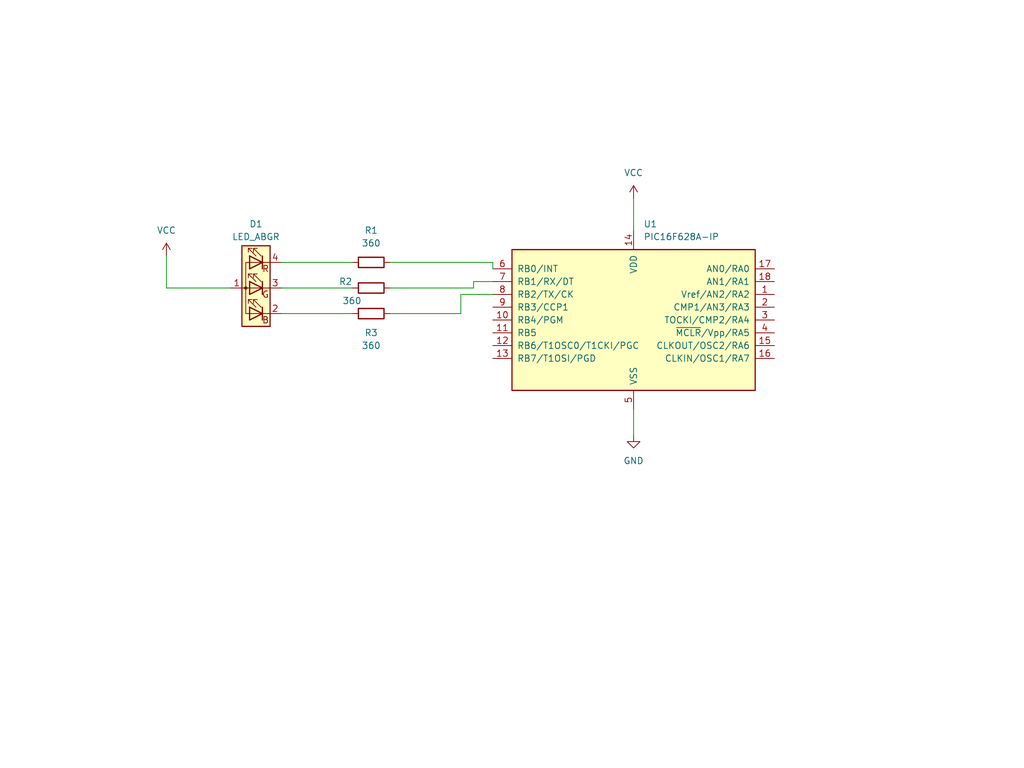
<source format=kicad_sch>
(kicad_sch (version 20230121) (generator eeschema)
  (paper "User" 203.2 152.4)
  (title_block (title "PIC16F628A and RGB LED (Common Anode)") (company "Ricardo Lima Caratti"))
  (lib_symbols
    (symbol "Device:LED_ABGR" (pin_names (offset 0) hide)
      (property "Reference" "D" (at 0 9.398 0))
      (property "Value" "LED_ABGR" (at 0 -8.89 0))
      (symbol "LED_ABGR_0_0"
        (text "B" (at -1.905 -6.35 0) (effects (font (size 1.27 1.27))))
        (text "G" (at -1.905 -1.27 0) (effects (font (size 1.27 1.27))))
        (text "R" (at -1.905 3.81 0) (effects (font (size 1.27 1.27))))
      )
      (symbol "LED_ABGR_0_1"
        (polyline (pts (xy -1.27 -5.08) (xy -2.54 -5.08)))
        (polyline (pts (xy -1.27 -5.08) (xy 1.27 -5.08)))
        (polyline (pts (xy -1.27 -3.81) (xy -1.27 -6.35)) (stroke (width 0.254)))
        (polyline (pts (xy -1.27 0) (xy -2.54 0)))
        (polyline (pts (xy -1.27 1.27) (xy -1.27 -1.27)) (stroke (width 0.254)))
        (polyline (pts (xy -1.27 5.08) (xy -2.54 5.08)))
        (polyline (pts (xy -1.27 5.08) (xy 1.27 5.08)))
        (polyline (pts (xy -1.27 6.35) (xy -1.27 3.81)) (stroke (width 0.254)))
        (polyline (pts (xy 1.27 0) (xy -1.27 0)))
        (polyline (pts (xy 1.27 0) (xy 2.54 0)))
        (polyline (pts (xy -1.27 1.27) (xy -1.27 -1.27) (xy -1.27 -1.27)))
        (polyline (pts (xy -1.27 6.35) (xy -1.27 3.81) (xy -1.27 3.81)))
        (polyline (pts (xy 1.27 -5.08) (xy 2.032 -5.08) (xy 2.032 5.08) (xy 1.27 5.08)))
        (polyline (pts (xy 1.27 -3.81) (xy 1.27 -6.35) (xy -1.27 -5.08) (xy 1.27 -3.81)) (stroke (width 0.254)))
        (polyline (pts (xy 1.27 1.27) (xy 1.27 -1.27) (xy -1.27 0) (xy 1.27 1.27)) (stroke (width 0.254)))
        (polyline (pts (xy 1.27 6.35) (xy 1.27 3.81) (xy -1.27 5.08) (xy 1.27 6.35)) (stroke (width 0.254)))
        (polyline (pts (xy -1.016 -3.81) (xy 0.508 -2.286) (xy -0.254 -2.286) (xy 0.508 -2.286) (xy 0.508 -3.048)))
        (polyline (pts (xy -1.016 1.27) (xy 0.508 2.794) (xy -0.254 2.794) (xy 0.508 2.794) (xy 0.508 2.032)))
        (polyline (pts (xy -1.016 6.35) (xy 0.508 7.874) (xy -0.254 7.874) (xy 0.508 7.874) (xy 0.508 7.112)))
        (polyline (pts (xy 0 -3.81) (xy 1.524 -2.286) (xy 0.762 -2.286) (xy 1.524 -2.286) (xy 1.524 -3.048)))
        (polyline (pts (xy 0 1.27) (xy 1.524 2.794) (xy 0.762 2.794) (xy 1.524 2.794) (xy 1.524 2.032)))
        (polyline (pts (xy 0 6.35) (xy 1.524 7.874) (xy 0.762 7.874) (xy 1.524 7.874) (xy 1.524 7.112)))
        (rectangle (start 1.27 -1.27) (end 1.27 1.27))
        (rectangle (start 1.27 1.27) (end 1.27 1.27))
        (rectangle (start 1.27 3.81) (end 1.27 6.35))
        (rectangle (start 1.27 6.35) (end 1.27 6.35))
        (circle (center 2.032 0) (radius 0.254) (fill (type outline)))
        (rectangle (start 2.794 8.382) (end -2.794 -7.62) (stroke (width 0.254)) (fill (type background)))
      )
      (symbol "LED_ABGR_1_1"
        (pin passive line (at 5.08 0 180) (length 2.54) (name "A") (number "1"))
        (pin passive line (at -5.08 -5.08 0) (length 2.54) (name "BK") (number "2"))
        (pin passive line (at -5.08 0 0) (length 2.54) (name "GK") (number "3"))
        (pin passive line (at -5.08 5.08 0) (length 2.54) (name "RK") (number "4"))
      )
    )
    (symbol "Device:R" (pin_numbers hide) (pin_names (offset 0))
      (property "Reference" "R" (at 2.032 0 90))
      (property "Value" "R" (at 0 0 90))
      (symbol "R_0_1"
        (rectangle (start -1.016 -2.54) (end 1.016 2.54) (stroke (width 0.254)))
      )
      (symbol "R_1_1"
        (pin passive line (at 0 3.81 270) (length 1.27) (name "~") (number "1"))
        (pin passive line (at 0 -3.81 90) (length 1.27) (name "~") (number "2"))
      )
    )
    (symbol "MCU_Microchip_PIC16:PIC16F628A-IP" (pin_names (offset 1.016))
      (property "Reference" "U" (at -24.13 17.78 0))
      (property "Value" "PIC16F628A-IP" (at -24.13 15.24 0))
      (symbol "PIC16F628A-IP_0_1"
        (rectangle (start 24.13 13.97) (end -24.13 -13.97) (stroke (width 0.254)) (fill (type background)))
      )
      (symbol "PIC16F628A-IP_1_1"
        (pin bidirectional line (at 27.94 5.08 180) (length 3.81) (name "Vref/AN2/RA2") (number "1"))
        (pin bidirectional line (at -27.94 0 0) (length 3.81) (name "RB4/PGM") (number "10"))
        (pin bidirectional line (at -27.94 -2.54 0) (length 3.81) (name "RB5") (number "11"))
        (pin bidirectional line (at -27.94 -5.08 0) (length 3.81) (name "RB6/T1OSC0/T1CKI/PGC") (number "12"))
        (pin bidirectional line (at -27.94 -7.62 0) (length 3.81) (name "RB7/T1OSI/PGD") (number "13"))
        (pin power_in line (at 0 17.78 270) (length 3.81) (name "VDD") (number "14"))
        (pin bidirectional line (at 27.94 -5.08 180) (length 3.81) (name "CLKOUT/OSC2/RA6") (number "15"))
        (pin bidirectional line (at 27.94 -7.62 180) (length 3.81) (name "CLKIN/OSC1/RA7") (number "16"))
        (pin bidirectional line (at 27.94 10.16 180) (length 3.81) (name "AN0/RA0") (number "17"))
        (pin bidirectional line (at 27.94 7.62 180) (length 3.81) (name "AN1/RA1") (number "18"))
        (pin bidirectional line (at 27.94 2.54 180) (length 3.81) (name "CMP1/AN3/RA3") (number "2"))
        (pin bidirectional line (at 27.94 0 180) (length 3.81) (name "TOCKI/CMP2/RA4") (number "3"))
        (pin input line (at 27.94 -2.54 180) (length 3.81) (name "~{MCLR}/Vpp/RA5") (number "4"))
        (pin power_in line (at 0 -17.78 90) (length 3.81) (name "VSS") (number "5"))
        (pin bidirectional line (at -27.94 10.16 0) (length 3.81) (name "RB0/INT") (number "6"))
        (pin bidirectional line (at -27.94 7.62 0) (length 3.81) (name "RB1/RX/DT") (number "7"))
        (pin bidirectional line (at -27.94 5.08 0) (length 3.81) (name "RB2/TX/CK") (number "8"))
        (pin bidirectional line (at -27.94 2.54 0) (length 3.81) (name "RB3/CCP1") (number "9"))
      )
    )
    (symbol "power:GND" (power) (pin_names (offset 0))
      (property "Value" "GND" (at 0 -3.81 0))
      (symbol "GND_0_1"
        (polyline (pts (xy 0 0) (xy 0 -1.27) (xy 1.27 -1.27) (xy 0 -2.54) (xy -1.27 -1.27) (xy 0 -1.27)))
      )
      (symbol "GND_1_1"
        (pin power_in line (at 0 0 270) (length 0) hide (name "GND") (number "1"))
      )
    )
    (symbol "power:VCC" (power) (pin_names (offset 0))
      (property "Value" "VCC" (at 0 3.81 0))
      (symbol "VCC_0_1"
        (polyline (pts (xy -0.762 1.27) (xy 0 2.54)))
        (polyline (pts (xy 0 0) (xy 0 2.54)))
        (polyline (pts (xy 0 2.54) (xy 0.762 1.27)))
      )
      (symbol "VCC_1_1"
        (pin power_in line (at 0 0 90) (length 0) hide (name "VCC") (number "1"))
      )
    )
  )
  (wire (pts (xy 93.98 57.15) (xy 93.98 55.88)))
  (wire (pts (xy 55.88 57.15) (xy 69.85 57.15)))
  (wire (pts (xy 125.73 81.28) (xy 125.73 86.36)))
  (wire (pts (xy 33.02 57.15) (xy 45.72 57.15)))
  (wire (pts (xy 77.47 57.15) (xy 93.98 57.15)))
  (wire (pts (xy 77.47 62.23) (xy 91.44 62.23)))
  (wire (pts (xy 55.88 52.07) (xy 69.85 52.07)))
  (wire (pts (xy 91.44 58.42) (xy 97.79 58.42)))
  (wire (pts (xy 77.47 52.07) (xy 97.79 52.07)))
  (wire (pts (xy 91.44 62.23) (xy 91.44 58.42)))
  (wire (pts (xy 33.02 50.8) (xy 33.02 57.15)))
  (wire (pts (xy 97.79 52.07) (xy 97.79 53.34)))
  (wire (pts (xy 55.88 62.23) (xy 69.85 62.23)))
  (wire (pts (xy 125.73 39.37) (xy 125.73 45.72)))
  (wire (pts (xy 93.98 55.88) (xy 97.79 55.88)))
  (symbol (lib_id "Device:LED_ABGR") (at 50.8 57.15 0) (mirror y) (unit 1)
    (property "Reference" "D1" (at 50.8 44.45 0))
    (property "Value" "LED_ABGR" (at 50.8 46.99 0))
  )
  (symbol (lib_id "Device:R") (at 73.66 62.23 90) (unit 1)
    (property "Reference" "R3" (at 73.66 66.04 90))
    (property "Value" "360" (at 73.66 68.58 90))
  )
  (symbol (lib_id "Device:R") (at 73.66 57.15 90) (unit 1)
    (property "Reference" "R2" (at 68.58 55.88 90))
    (property "Value" "360" (at 69.85 59.69 90))
  )
  (symbol (lib_id "MCU_Microchip_PIC16:PIC16F628A-IP") (at 125.73 63.5 0) (unit 1)
    (property "Reference" "U1" (at 127.6859 44.45 0) (effects (justify left)))
    (property "Value" "PIC16F628A-IP" (at 127.6859 46.99 0) (effects (justify left)))
    (property "Datasheet" "http://ww1.microchip.com/downloads/en/DeviceDoc/40300c.pdf" (effects hide))
  )
  (symbol (lib_id "power:GND") (at 125.73 86.36 0) (unit 1)
    (property "Reference" "#PWR03" (effects hide))
    (property "Value" "GND" (at 125.73 91.44 0))
  )
  (symbol (lib_id "power:VCC") (at 125.73 39.37 0) (unit 1)
    (property "Reference" "#PWR02" (effects hide))
    (property "Value" "VCC" (at 125.73 34.29 0))
  )
  (symbol (lib_id "Device:R") (at 73.66 52.07 90) (unit 1)
    (property "Reference" "R1" (at 73.66 45.72 90))
    (property "Value" "360" (at 73.66 48.26 90))
  )
  (symbol (lib_id "power:VCC") (at 33.02 50.8 0) (unit 1)
    (property "Reference" "#PWR01" (effects hide))
    (property "Value" "VCC" (at 33.02 45.72 0))
  )
)
</source>
